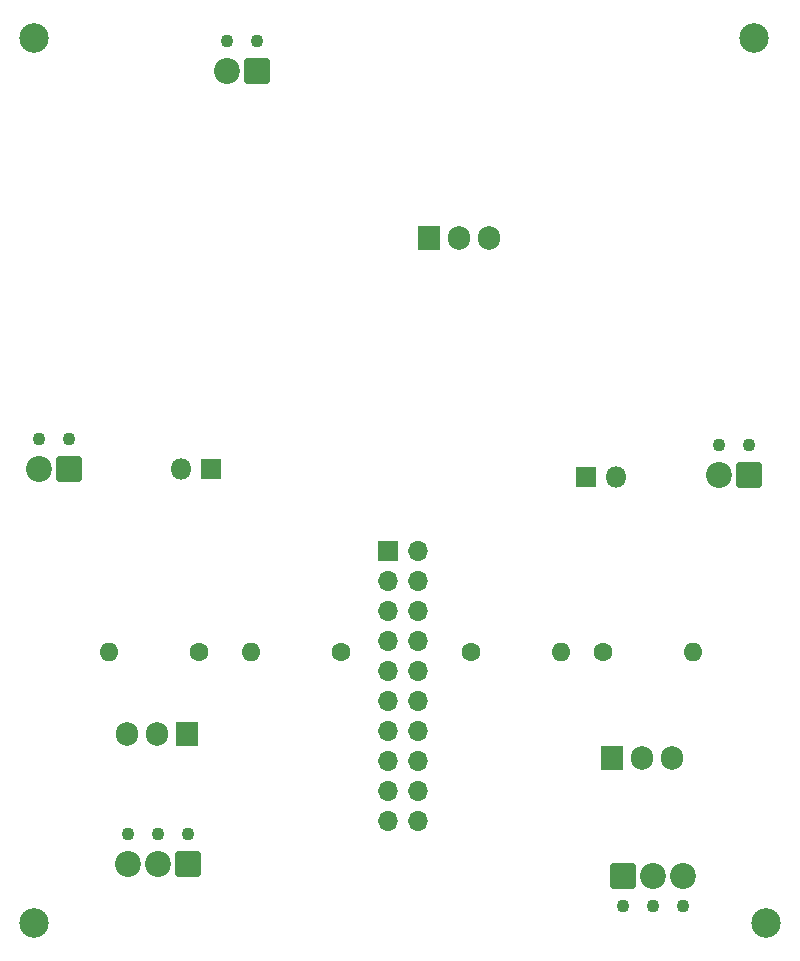
<source format=gbr>
%TF.GenerationSoftware,KiCad,Pcbnew,9.0.0*%
%TF.CreationDate,2025-07-26T11:29:55+07:00*%
%TF.ProjectId,O1_Circuit,4f315f43-6972-4637-9569-742e6b696361,rev?*%
%TF.SameCoordinates,Original*%
%TF.FileFunction,Soldermask,Bot*%
%TF.FilePolarity,Negative*%
%FSLAX46Y46*%
G04 Gerber Fmt 4.6, Leading zero omitted, Abs format (unit mm)*
G04 Created by KiCad (PCBNEW 9.0.0) date 2025-07-26 11:29:55*
%MOMM*%
%LPD*%
G01*
G04 APERTURE LIST*
G04 Aperture macros list*
%AMRoundRect*
0 Rectangle with rounded corners*
0 $1 Rounding radius*
0 $2 $3 $4 $5 $6 $7 $8 $9 X,Y pos of 4 corners*
0 Add a 4 corners polygon primitive as box body*
4,1,4,$2,$3,$4,$5,$6,$7,$8,$9,$2,$3,0*
0 Add four circle primitives for the rounded corners*
1,1,$1+$1,$2,$3*
1,1,$1+$1,$4,$5*
1,1,$1+$1,$6,$7*
1,1,$1+$1,$8,$9*
0 Add four rect primitives between the rounded corners*
20,1,$1+$1,$2,$3,$4,$5,0*
20,1,$1+$1,$4,$5,$6,$7,0*
20,1,$1+$1,$6,$7,$8,$9,0*
20,1,$1+$1,$8,$9,$2,$3,0*%
G04 Aperture macros list end*
%ADD10C,2.500000*%
%ADD11C,1.100000*%
%ADD12RoundRect,0.249999X0.850001X0.850001X-0.850001X0.850001X-0.850001X-0.850001X0.850001X-0.850001X0*%
%ADD13C,2.200000*%
%ADD14R,1.700000X1.700000*%
%ADD15O,1.700000X1.700000*%
%ADD16C,1.600000*%
%ADD17O,1.600000X1.600000*%
%ADD18R,1.800000X1.800000*%
%ADD19O,1.800000X1.800000*%
%ADD20R,1.905000X2.000000*%
%ADD21O,1.905000X2.000000*%
%ADD22RoundRect,0.249999X-0.850001X-0.850001X0.850001X-0.850001X0.850001X0.850001X-0.850001X0.850001X0*%
G04 APERTURE END LIST*
D10*
%TO.C,H4*%
X103000000Y-128000000D03*
%TD*%
%TO.C,H3*%
X165000000Y-128000000D03*
%TD*%
%TO.C,H2*%
X103000000Y-53000000D03*
%TD*%
%TO.C,H1*%
X164000000Y-53000000D03*
%TD*%
D11*
%TO.C,J1*%
X121900000Y-53280000D03*
X119360000Y-53280000D03*
D12*
X121900000Y-55820000D03*
D13*
X119360000Y-55820000D03*
%TD*%
D11*
%TO.C,J3*%
X116080000Y-120460000D03*
X113540000Y-120460000D03*
X111000000Y-120460000D03*
D12*
X116080000Y-123000000D03*
D13*
X113540000Y-123000000D03*
X111000000Y-123000000D03*
%TD*%
D14*
%TO.C,J4*%
X133000000Y-96460000D03*
D15*
X135540000Y-96460000D03*
X133000000Y-99000000D03*
X135540000Y-99000000D03*
X133000000Y-101540000D03*
X135540000Y-101540000D03*
X133000000Y-104080000D03*
X135540000Y-104080000D03*
X133000000Y-106620000D03*
X135540000Y-106620000D03*
X133000000Y-109160000D03*
X135540000Y-109160000D03*
X133000000Y-111700000D03*
X135540000Y-111700000D03*
X133000000Y-114240000D03*
X135540000Y-114240000D03*
X133000000Y-116780000D03*
X135540000Y-116780000D03*
X133000000Y-119320000D03*
X135540000Y-119320000D03*
%TD*%
D11*
%TO.C,M2*%
X106000000Y-87000000D03*
X103460000Y-87000000D03*
D12*
X106000000Y-89540000D03*
D13*
X103460000Y-89540000D03*
%TD*%
D16*
%TO.C,R4*%
X151190000Y-105000000D03*
D17*
X158810000Y-105000000D03*
%TD*%
D16*
%TO.C,R1*%
X140000000Y-105000000D03*
D17*
X147620000Y-105000000D03*
%TD*%
D18*
%TO.C,D1*%
X118000000Y-89540000D03*
D19*
X115460000Y-89540000D03*
%TD*%
D20*
%TO.C,Q1*%
X151920000Y-114000000D03*
D21*
X154460000Y-114000000D03*
X157000000Y-114000000D03*
%TD*%
D16*
%TO.C,R2*%
X129000000Y-105000000D03*
D17*
X121380000Y-105000000D03*
%TD*%
D20*
%TO.C,Q2*%
X116000000Y-112000000D03*
D21*
X113460000Y-112000000D03*
X110920000Y-112000000D03*
%TD*%
D16*
%TO.C,R3*%
X117000000Y-105000000D03*
D17*
X109380000Y-105000000D03*
%TD*%
D18*
%TO.C,D2*%
X149741000Y-90201000D03*
D19*
X152281000Y-90201000D03*
%TD*%
D11*
%TO.C,J2*%
X152920000Y-126540000D03*
X155460000Y-126540000D03*
X158000000Y-126540000D03*
D22*
X152920000Y-124000000D03*
D13*
X155460000Y-124000000D03*
X158000000Y-124000000D03*
%TD*%
D11*
%TO.C,M1*%
X163540000Y-87460000D03*
X161000000Y-87460000D03*
D12*
X163540000Y-90000000D03*
D13*
X161000000Y-90000000D03*
%TD*%
D20*
%TO.C,U3*%
X136460000Y-69945000D03*
D21*
X139000000Y-69945000D03*
X141540000Y-69945000D03*
%TD*%
M02*

</source>
